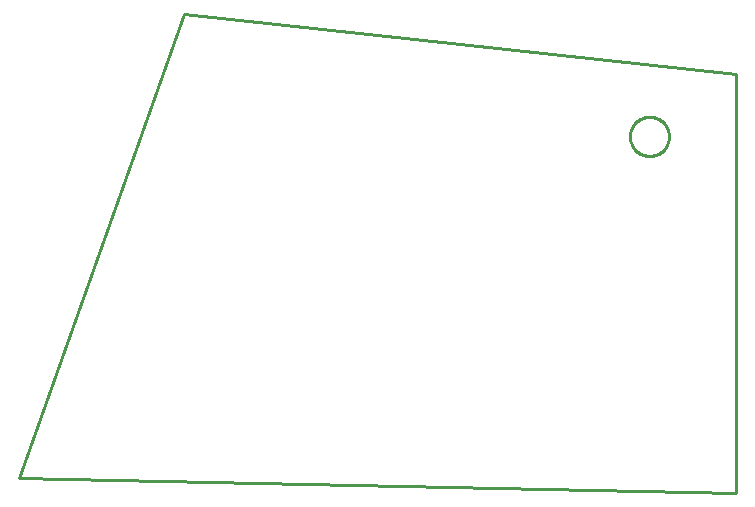
<source format=gbr>
G04 EAGLE Gerber RS-274X export*
G75*
%MOMM*%
%FSLAX34Y34*%
%LPD*%
%IN*%
%IPPOS*%
%AMOC8*
5,1,8,0,0,1.08239X$1,22.5*%
G01*
%ADD10C,0.254000*%


D10*
X25400Y0D02*
X631700Y-12700D01*
X631700Y342800D01*
X165100Y393600D01*
X25400Y0D01*
X575310Y289020D02*
X575239Y287941D01*
X575098Y286869D01*
X574887Y285809D01*
X574608Y284765D01*
X574260Y283741D01*
X573846Y282743D01*
X573368Y281773D01*
X572828Y280837D01*
X572227Y279938D01*
X571569Y279081D01*
X570857Y278268D01*
X570092Y277504D01*
X569279Y276791D01*
X568422Y276133D01*
X567523Y275532D01*
X566587Y274992D01*
X565617Y274514D01*
X564619Y274100D01*
X563595Y273752D01*
X562551Y273473D01*
X561491Y273262D01*
X560419Y273121D01*
X559340Y273050D01*
X558260Y273050D01*
X557181Y273121D01*
X556109Y273262D01*
X555049Y273473D01*
X554005Y273752D01*
X552981Y274100D01*
X551983Y274514D01*
X551013Y274992D01*
X550077Y275532D01*
X549178Y276133D01*
X548321Y276791D01*
X547508Y277504D01*
X546744Y278268D01*
X546031Y279081D01*
X545373Y279938D01*
X544772Y280837D01*
X544232Y281773D01*
X543754Y282743D01*
X543340Y283741D01*
X542992Y284765D01*
X542713Y285809D01*
X542502Y286869D01*
X542361Y287941D01*
X542290Y289020D01*
X542290Y290100D01*
X542361Y291179D01*
X542502Y292251D01*
X542713Y293311D01*
X542992Y294355D01*
X543340Y295379D01*
X543754Y296377D01*
X544232Y297347D01*
X544772Y298283D01*
X545373Y299182D01*
X546031Y300039D01*
X546744Y300852D01*
X547508Y301617D01*
X548321Y302329D01*
X549178Y302987D01*
X550077Y303588D01*
X551013Y304128D01*
X551983Y304606D01*
X552981Y305020D01*
X554005Y305368D01*
X555049Y305647D01*
X556109Y305858D01*
X557181Y305999D01*
X558260Y306070D01*
X559340Y306070D01*
X560419Y305999D01*
X561491Y305858D01*
X562551Y305647D01*
X563595Y305368D01*
X564619Y305020D01*
X565617Y304606D01*
X566587Y304128D01*
X567523Y303588D01*
X568422Y302987D01*
X569279Y302329D01*
X570092Y301617D01*
X570857Y300852D01*
X571569Y300039D01*
X572227Y299182D01*
X572828Y298283D01*
X573368Y297347D01*
X573846Y296377D01*
X574260Y295379D01*
X574608Y294355D01*
X574887Y293311D01*
X575098Y292251D01*
X575239Y291179D01*
X575310Y290100D01*
X575310Y289020D01*
M02*

</source>
